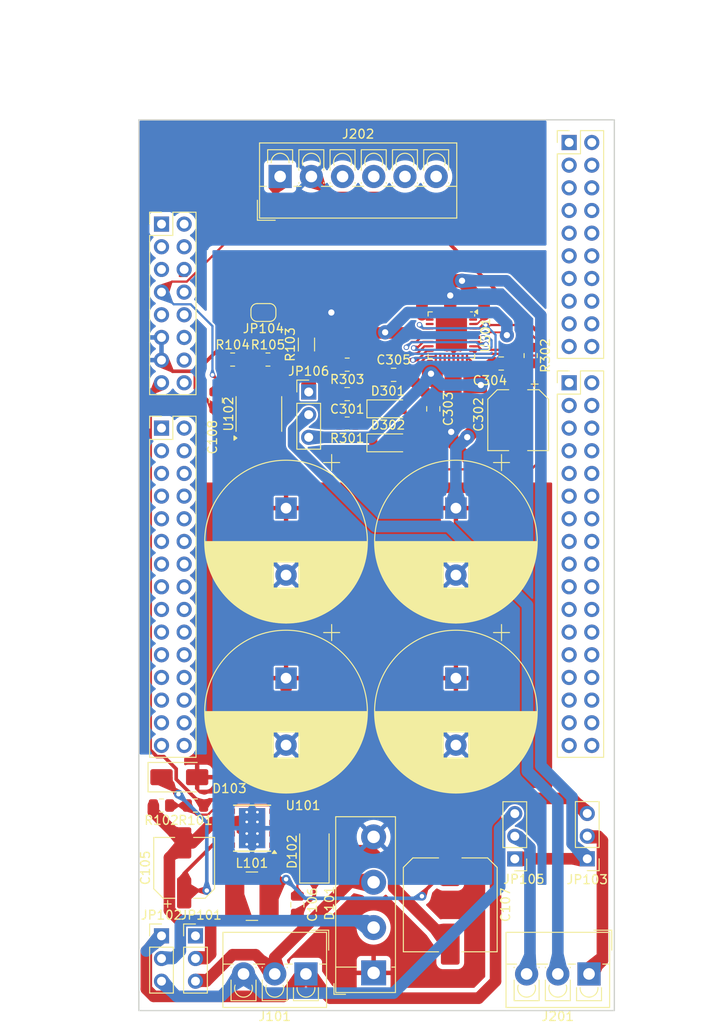
<source format=kicad_pcb>
(kicad_pcb (version 20240108) (generator "pcbnew") (generator_version "8.0")
  (title_block (date "mar. 31 mars 2015"))
  (layers (0 "F.Cu" signal) (1 "In1.Cu" signal) (2 "In2.Cu" signal) (31 "B.Cu" signal) (34 "B.Paste" user) (35 "F.Paste" user) (36 "B.SilkS" user "B.Silkscreen") (37 "F.SilkS" user "F.Silkscreen") (38 "B.Mask" user) (39 "F.Mask" user) (44 "Edge.Cuts" user))
  (net 0 "")
  (net 1 "GND")
  (net 2 "+5V")
  (net 3 "/IOREF")
  (net 4 "+3V3")
  (net 5 "VCC")
  (net 6 "/Connector/V_drive")
  (net 7 "/TRACK_MOSI")
  (net 8 "/TRACK_MISO")
  (net 9 "/TRACK_CS")
  (net 10 "/TRACK_CLK")
  (net 11 "GNDPWR")
  (net 12 "/Connector/GND_PWR")
  (net 13 "Net-(U301-ENB)")
  (net 14 "/Driver/V_in")
  (net 15 "Net-(D301-A)")
  (net 16 "Net-(U301-VCP)")
  (net 17 "Net-(D301-K)")
  (net 18 "/Driver/V_TRACK")
  (net 19 "/Driver/GND_TRACK")
  (net 20 "/Driver/GND_SENSE")
  (net 21 "/Driver/EN")
  (net 22 "Net-(U301-PROGCL_A)")
  (net 23 "Net-(U301-PROGCL_B)")
  (net 24 "/Driver/IN1")
  (net 27 "/Driver/IN2")
  (net 29 "Net-(JP102-C)")
  (net 31 "Net-(D102-K)")
  (net 33 "unconnected-(J102-Pin_6-Pad6)")
  (net 76 "/PA3")
  (net 77 "/PC0")
  (net 78 "/PF3")
  (net 79 "/PC3")
  (net 80 "/RESET")
  (net 81 "Net-(U101-BOOT)")
  (net 127 "Net-(U101-VSENSE)")
  (net 128 "Net-(U102A--)")
  (net 129 "Net-(R104-Pad1)")
  (net 133 "Net-(U102B--)")
  (net 134 "/GND_PWR")
  (net 135 "/V_switch")
  (net 136 "/Connector/V_switch")
  (net 137 "Net-(D103-K)")
  (net 138 "/V_drive")
  (footprint "Capacitor_THT:CP_Radial_D18.0mm_P7.50mm" (layer "F.Cu") (at 56.51 102.56222 -90)
    (property "Reference" "C101" (hide yes))
    (property "Value" "4m7")
  )
  (footprint "Diode_SMD:D_SMA" (layer "F.Cu") (at 59.685 122.01 90)
    (property "Reference" "D102")
    (property "Value" "B340")
  )
  (footprint "Connector_PinHeader_2.54mm:PinHeader_2x17_P2.54mm_Vertical" (layer "F.Cu") (at 88.26 69.464)
    (property "Reference" "J105" (hide yes))
    (property "Value" "CN10")
  )
  (footprint "TerminalBlock_4Ucon:TerminalBlock_4Ucon_1x06_P3.50mm_Vertical" (layer "F.Cu") (at 55.845 46.35)
    (property "Reference" "J202")
    (property "Value" "Conn_01x06")
  )
  (footprint "TerminalBlock_4Ucon:TerminalBlock_4Ucon_1x03_P3.50mm_Vertical" (layer "F.Cu") (at 58.74 135.705 180)
    (property "Reference" "J101")
    (property "Value" "Conn_01x03")
  )
  (footprint "Connector_PinHeader_2.54mm:PinHeader_2x08_P2.54mm_Vertical" (layer "F.Cu") (at 42.54 51.684)
    (property "Reference" "J102" (hide yes))
    (property "Value" "CN8")
  )
  (footprint "Connector_PinHeader_2.54mm:PinHeader_1x03_P2.54mm_Vertical" (layer "F.Cu") (at 90.292 122.804 180)
    (property "Reference" "JP103")
    (property "Value" "Jumper_3_Bridged12")
  )
  (footprint "Resistor_SMD:R_0805_2012Metric" (layer "F.Cu") (at 63.368 74.036 180)
    (property "Reference" "R301")
    (property "Value" "100k")
  )
  (footprint "Connector_PinHeader_2.54mm:PinHeader_1x03_P2.54mm_Vertical" (layer "F.Cu") (at 46.35 131.44)
    (property "Reference" "JP101")
    (property "Value" "Jumper_3_Bridged12")
  )
  (footprint "Capacitor_SMD:C_0805_2012Metric" (layer "F.Cu") (at 63.368 70.734 180)
    (property "Reference" "C301")
    (property "Value" "5n6")
  )
  (footprint "Capacitor_SMD:C_0805_2012Metric" (layer "F.Cu") (at 57.78 127.945 -90)
    (property "Reference" "C106")
    (property "Value" "10n")
  )
  (footprint "Connector_PinHeader_2.54mm:PinHeader_2x15_P2.54mm_Vertical" (layer "F.Cu") (at 42.54 74.544)
    (property "Reference" "J103" (hide yes))
    (property "Value" "CN9")
  )
  (footprint "Diode_SMD:D_SOD-123" (layer "F.Cu") (at 67.94 76.195)
    (property "Reference" "D302")
    (property "Value" "1N4148W")
  )
  (footprint "Resistor_SMD:R_0805_2012Metric" (layer "F.Cu") (at 83.942 66.416 -90)
    (property "Reference" "R302")
    (property "Value" "5k")
  )
  (footprint "Inductor_SMD:L_Ferrocore_DLG-0504" (layer "F.Cu") (at 52.68 126.995)
    (property "Reference" "L101")
    (property "Value" "47u")
  )
  (footprint "Resistor_SMD:R_0805_2012Metric" (layer "F.Cu") (at 42.54 116.835 180)
    (property "Reference" "R102")
    (property "Value" "1k2")
  )
  (footprint "Jumper:SolderJumper-2_P1.3mm_Bridged_RoundedPad1.0x1.5mm" (layer "F.Cu") (at 53.97 61.59 180)
    (property "Reference" "JP104")
    (property "Value" "SolderJumper_2_Bridged")
  )
  (footprint "TerminalBlock_4Ucon:TerminalBlock_4Ucon_1x03_P3.50mm_Vertical" (layer "F.Cu") (at 90.49 135.705 180)
    (property "Reference" "J201")
    (property "Value" "Conn_01x03")
  )
  (footprint "Capacitor_SMD:C_Elec_10x10.2" (layer "F.Cu") (at 74.925 127.966 -90)
    (property "Reference" "C107")
    (property "Value" "220u")
  )
  (footprint "Connector_PinHeader_2.54mm:PinHeader_2x10_P2.54mm_Vertical" (layer "F.Cu") (at 88.26 42.54)
    (property "Reference" "J104" (hide yes))
    (property "Value" "CN7")
  )
  (footprint "Connector_PinHeader_2.54mm:PinHeader_1x03_P2.54mm_Vertical" (layer "F.Cu") (at 59.05 70.495)
    (property "Reference" "JP106")
    (property "Value" "Jumper_3_Bridged12")
  )
  (footprint "Diode_SMD:D_SOD-123" (layer "F.Cu") (at 67.94 72.385)
    (property "Reference" "D301")
    (property "Value" "1N4148W")
  )
  (footprint "Capacitor_SMD:C_0805_2012Metric" (layer "F.Cu") (at 73.02 72.385 -90)
    (property "Reference" "C303")
    (property "Value" "100n")
  )
  (footprint "Resistor_SMD:R_0805_2012Metric" (layer "F.Cu") (at 54.478 66.8625)
    (property "Reference" "R105")
    (property "Value" "10k")
  )
  (footprint "Capacitor_THT:CP_Radial_D18.0mm_P7.50mm" (layer "F.Cu") (at 56.51 83.51222 -90)
    (property "Reference" "C104" (hide yes))
    (property "Value" "4m7")
  )
  (footprint "Capacitor_SMD:CP_Elec_6.3x5.4" (layer "F.Cu") (at 82.545 73.655 -90)
    (property "Reference" "C302")
    (property "Value" "100u")
  )
  (footprint "Capacitor_THT:CP_Radial_D18.0mm_P7.50mm" (layer "F.Cu") (at 75.56 83.51222 -90)
    (property "Reference" "C103" (hide yes))
    (property "Value" "4m7")
  )
  (footprint "Package_DFN_QFN:UFQFPN-32-1EP_5x5mm_P0.5mm_EP3.5x3.5mm" (layer "F.Cu") (at 75.052 64.13 -90)
    (property "Reference" "U301")
    (property "Value" "L6226")
  )
  (footprint "Capacitor_THT:CP_Radial_D18.0mm_P7.50mm" (layer "F.Cu") (at 75.56 102.56222 -90)
    (property "Reference" "C102" (hide yes))
    (property "Value" "4m7")
  )
  (footprint "Resistor_SMD:R_0805_2012Metric" (layer "F.Cu") (at 50.5175 66.8625)
    (property "Reference" "R104")
    (property "Value" "68k")
  )
  (footprint "Resistor_SMD:R_0805_2012Metric" (layer "F.Cu") (at 63.368 67.432 180)
    (property "Reference" "R303")
    (property "Value" "5k")
  )
  (footprint "Capacitor_SMD:C_0805_2012Metric" (layer "F.Cu") (at 68.575 68.575)
    (property "Reference" "C305")
    (property "Value" "220n")
  )
  (footprint "Diode_SMD:D_SMA" (layer "F.Cu") (at 44.54 113.66)
    (property "Reference" "D103")
    (property "Value" "B340")
  )
  (footprint "Capacitor_SMD:C_0805_2012Metric" (layer "F.Cu") (at 80.64 67.305 180)
    (property "Reference" "C304")
    (property "Value" "10n")
  )
  (footprint "Resistor_SMD:R_0805_2012Metric" (layer "F.Cu") (at 46.35 116.835 180)
    (property "Reference" "R101")
    (property "Value" "10k")
  )
  (footprint "Package_SO:SOIC-8_3.9x4.9mm_P1.27mm" (layer "F.Cu") (at 53.462 72.9585 90)
    (property "Reference" "U102")
    (property "Value" "TLV2372")
  )
  (footprint "Package_SO:TI_SO-PowerPAD-8_ThermalVias" (layer "F.Cu") (at 52.7 119.375 180)
    (property "Reference" "U101")
    (property "Value" "TPS5430DDA")
  )
  (footprint "Capacitor_SMD:CP_Elec_6.3x5.4" (layer "F.Cu") (at 45.08 123.82 90)
    (property "Reference" "C105")
    (property "Value" "10u")
  )
  (footprint "Resistor_SMD:R_1206_3216Metric" (layer "F.Cu") (at 58.796 65.17675 90)
    (property "Reference" "R103")
    (property "Value" "0R1")
  )
  (footprint "Connector_PinHeader_2.54mm:PinHeader_1x03_P2.54mm_Vertical" (layer "F.Cu") (at 42.54 131.44)
    (property "Reference" "JP102")
    (property "Value" "Jumper_3_Bridged12")
  )
  (footprint "Diode_THT:Diode_Bridge_Vishay_KBL" (layer "F.Cu") (at 66.329477 135.59 90)
    (property "Reference" "D101")
    (property "Value" "KBL406")
  )
  (footprint "Connector_PinHeader_2.54mm:PinHeader_1x03_P2.54mm_Vertical" (layer "F.Cu") (at 82.164 122.819 180)
    (property "Reference" "JP105")
    (property "Value" "Jumper_3_Bridged12")
  )
  (footprint "Capacitor_SMD:C_0805_2012Metric" (layer "F.Cu") (at 48.636 71.4345 -90)
    (property "Reference" "C108")
    (property "Value" "100n")
  )
  (gr_rect (start 40 40) (end 93.328 139.814) (stroke (width 0.15)) (fill none) (layer "Edge.Cuts"))
  (segment (start 55.367 68.477666) (end 54.478 67.588666) (width 0.4) (layer "F.Cu") (net 1))
  (segment (start 54.966999 76.8085) (end 51.175026 76.8085) (width 0.4) (layer "F.Cu") (net 1))
  (segment (start 62.4555 67.432) (end 62.4555 70.6965) (width 0.4) (layer "F.Cu") (net 1))
  (segment (start 51.175026 76.8085) (end 48.636 74.269474) (width 0.4) (layer "F.Cu") (net 1))
  (segment (start 53.335 65.4) (end 49.241233 65.4) (width 0.4) (layer "F.Cu") (net 1))
  (segment (start 49.241233 65.4) (end 46.33 68.311233) (width 0.4) (layer "F.Cu") (net 1))
  (segment (start 46.192767 68.174) (end 46.33 68.311233) (width 0.4) (layer "F.Cu") (net 1))
  (segment (start 48.636 72.3845) (end 46.33 70.0785) (width 0.4) (layer "F.Cu") (net 1))
  (segment (start 53.32 65.385) (end 53.335 65.4) (width 0.4) (layer "F.Cu") (net 1))
  (segment (start 53.741666 65.4) (end 53.335 65.4) (width 0.4) (layer "F.Cu") (net 1))
  (segment (start 43.79 68.174) (end 46.192767 68.174) (width 0.4) (layer "F.Cu") (net 1))
  (segment (start 53.32 61.59) (end 53.32 65.385) (width 0.4) (layer "F.Cu") (net 1))
  (segment (start 61.25 48.255) (end 59.345 46.35) (width 0.4) (layer "F.Cu") (net 1))
  (segment (start 62.418 70.734) (end 61.367 71.785) (width 0.4) (layer "F.Cu") (net 1))
  (segment (start 55.367 74.163) (end 55.367 75.4335) (width 0.4) (layer "F.Cu") (net 1))
  (segment (start 48.636 74.269474) (end 48.636 72.3845) (width 0.4) (layer "F.Cu") (net 1))
  (segment (start 85.53905 64.58405) (end 69.21 48.255) (width 0.4) (layer "F.Cu") (net 1))
  (segment (start 61.367 71.785) (end 57.745 71.785) (width 0.4) (layer "F.Cu") (net 1))
  (segment (start 54.478 67.588666) (end 54.478 66.136334) (width 0.4) (layer "F.Cu") (net 1))
  (segment (start 54.478 66.136334) (end 53.741666 65.4) (width 0.4) (layer "F.Cu") (net 1))
  (segment (start 55.367 76.408499) (end 54.966999 76.8085) (width 0.4) (layer "F.Cu") (net 1))
  (segment (start 57.745 71.785) (end 55.367 74.163) (width 0.4) (layer "F.Cu") (net 1))
  (segment (start 69.21 48.255) (end 61.25 48.255) (width 0.4) (layer "F.Cu") (net 1))
  (segment (start 46.33 70.0785) (end 46.33 68.311233) (width 0.4) (layer "F.Cu") (net 1))
  (segment (start 83.942 67.3285) (end 84.4265 67.3285) (width 0.4) (layer "F.Cu") (net 1))
  (segment (start 84.4265 67.3285) (end 85.53905 66.21595) (width 0.4) (layer "F.Cu") (net 1))
  (segment (start 55.367 70.4835) (end 55.367 68.477666) (width 0.4) (layer "F.Cu") (net 1))
  (segment (start 62.4555 70.6965) (end 62.418 70.734) (width 0.4) (layer "F.Cu") (net 1))
  (segment (start 55.367 75.4335) (end 55.367 76.408499) (width 0.4) (layer "F.Cu") (net 1))
  (segment (start 42.54 66.924) (end 43.79 68.174) (width 0.4) (layer "F.Cu") (net 1))
  (segment (start 85.53905 66.21595) (end 85.53905 64.58405) (width 0.4) (layer "F.Cu") (net 1))
  (segment (start 48.637 70.4835) (end 48.636 70.4845) (width 0.25) (layer "F.Cu") (net 4))
  (segment (start 48.636 68.956) (end 48.255 68.575) (width 0.25) (layer "F.Cu") (net 4))
  (segment (start 42.54 58.669) (end 43.418299 58.669) (width 0.25) (layer "F.Cu") (net 4))
  (segment (start 45.378097 58.129) (end 55.845 47.662097) (width 0.25) (layer "F.Cu") (net 4))
  (segment (start 51.557 70.4835) (end 48.637 70.4835) (width 0.25) (layer "F.Cu") (net 4))
  (segment (start 55.845 47.662097) (end 55.845 46.35) (width 0.25) (layer "F.Cu") (net 4))
  (segment (start 43.715 58.129) (end 45.378097 58.129) (width 0.25) (layer "F.Cu") (net 4))
  (segment (start 48.636 70.4845) (end 48.636 68.956) (width 0.25) (layer "F.Cu") (net 4))
  (segment (start 42.54 59.304) (end 43.715 58.129) (width 0.25) (layer "F.Cu") (net 4))
  (via (at 48.255 68.575) (size 0.6) (drill 0.4) (layers "F.Cu" "B.Cu") (net 4))
  (segment (start 43.905 60.669) (end 45.81 60.669) (width 0.25) (layer "B.Cu") (net 4))
  (segment (start 48.255 68.575) (end 48.255 63.114) (width 0.25) (layer "B.Cu") (net 4))
  (segment (start 45.81 60.669) (end 48.255 63.114) (width 0.25) (layer "B.Cu") (net 4))
  (segment (start 42.54 59.304) (end 43.905 60.669) (width 0.25) (layer "B.Cu") (net 4))
  (segment (start 41.27 70.734) (end 42.54 69.464) (width 0.4) (layer "F.Cu") (net 5))
  (segment (start 67.559 116.2) (end 74.925 123.566) (width 0.4) (layer "F.Cu") (net 5))
  (segment (start 47.138834 116.835) (end 44.19 113.886166) (width 0.4) (layer "F.Cu") (net 5))
  (segment (start 47.8975 116.2) (end 67.559 116.2) (width 0.4) (layer "F.Cu") (net 5))
  (segment (start 44.19 112.733834) (end 42.810166 111.354) (width 0.4) (layer "F.Cu") (net 5))
  (segment (start 42.810166 111.354) (end 42.022233 111.354) (width 0.4) (layer "F.Cu") (net 5))
  (segment (start 54.605 126.995) (end 56.51 125.09) (width 0.4) (layer "F.Cu") (net 5))
  (segment (start 44.19 113.886166) (end 44.19 112.733834) (width 0.4) (layer "F.Cu") (net 5))
  (segment (start 42.022233 111.354) (end 41.27 110.601767) (width 0.4) (layer "F.Cu") (net 5))
  (segment (start 47.2625 116.835) (end 47.8975 116.2) (width 0.4) (layer "F.Cu") (net 5))
  (segment (start 41.27 110.601767) (end 41.27 70.734) (width 0.4) (layer "F.Cu") (net 5))
  (segment (start 74.925 123.566) (end 71.75 126.741) (width 0.4) (layer "F.Cu") (net 5))
  (segment (start 71.75 126.741) (end 71.75 126.995) (width 0.4) (layer "F.Cu") (net 5))
  (via (at 56.51 125.09) (size 1) (drill 0.5) (layers "F.Cu" "B.Cu") (net 5))
  (via (at 71.75 126.995) (size 1) (drill 0.5) (layers "F.Cu" "B.Cu") (net 5))
  (segment (start 71.515 127.23) (end 71.75 126.995) (width 0.4) (layer "B.Cu") (net 5))
  (segment (start 58.65 127.23) (end 71.515 127.23) (width 0.4) (layer "B.Cu") (net 5))
  (segment (start 56.51 125.09) (end 58.65 127.23) (width 0.4) (layer "B.Cu") (net 5))
  (segment (start 91.992 134.203) (end 90.49 135.705) (width 1.3) (layer "F.Cu") (net 6))
  (segment (start 91.992 120.761919) (end 91.992 134.203) (width 1.3) (layer "F.Cu") (net 6))
  (segment (start 90.292 120.264) (end 91.494081 120.264) (width 1.3) (layer "F.Cu") (net 6))
  (segment (start 91.494081 120.264) (end 91.992 120.761919) (width 1.3) (layer "F.Cu") (net 6))
  (segment (start 56.35225 64.92275) (end 57.526 64.92275) (width 0.2) (layer "F.Cu") (net 11))
  (segment (start 75.030464 76.093917) (end 75.030464 74.965991) (width 1.3) (layer "F.Cu") (net 11))
  (segment (start 74.925 59.685) (end 74.925 64.003) (width 1.3) (layer "F.Cu") (net 11))
  (segment (start 74.925 64.003) (end 75.052 64.13) (width 1.3) (layer "F.Cu") (net 11))
  (segment (start 74.802 61.6925) (end 74.802 63.88) (width 0.2) (layer "F.Cu") (net 11))
  (segment (start 55.3905 66.8625) (end 55.3905 65.8845) (width 0.2) (layer "F.Cu") (net 11))
  (segment (start 73.302 61.6925) (end 75.052 63.4425) (width 0.2) (layer "F.Cu") (net 11))
  (segment (start 82.545 77.09) (end 81.745 77.89) (width 1.3) (layer "F.Cu") (net 11))
  (segment (start 47.552081 133.98) (end 48.05 133.482081) (width 1.3) (layer "F.Cu") (net 11))
  (segment (start 61.59 61.59) (end 54.680091 61.59) (width 1.3) (layer "F.Cu") (net 11))
  (segment (start 75.302 66.5675) (end 75.302 64.38) (width 0.2) (layer "F.Cu") (net 11))
  (segment (start 58.796 62.479) (end 59.05 62.225) (width 1.3) (layer "F.Cu") (net 11))
  (segment (start 45.988958 121.02) (end 48.268958 118.74) (width 1.3) (layer "F.Cu") (net 11))
  (segment (start 76.802 61.6925) (end 73.302 61.6925) (width 0.2) (layer "F.Cu") (net 11))
  (segment (start 65.983958 121.9025) (end 68.579477 124.498019) (width 1.3) (layer "F.Cu") (net 11))
  (segment (start 59.05 62.225) (end 59.685 61.59) (width 1.3) (layer "F.Cu") (net 11))
  (segment (start 75.802 61.6925) (end 75.802 63.38) (width 0.2) (layer "F.Cu") (net 11))
  (segment (start 57.526 64.92275) (end 58.542 64.92275) (width 0.25) (layer "F.Cu") (net 11))
  (segment (start 48.268958 118.74) (end 50 118.74) (width 1.3) (layer "F.Cu") (net 11))
  (segment (start 48.05 129.74) (end 44.587438 129.74) (width 1.3) (layer "F.Cu") (net 11))
  (segment (start 76.302 61.6925) (end 76.302 62.88) (width 0.2) (layer "F.Cu") (net 11))
  (segment (start 76.802 61.6925) (end 75.052 63.4425) (width 0.2) (layer "F.Cu") (net 11))
  (segment (start 74.650991 74.965991) (end 75.030464 74.965991) (width 1.3) (layer "F.Cu") (net 11))
  (segment (start 45.08 121.02) (end 45.988958 121.02) (width 1.3) (layer "F.Cu") (net 11))
  (segment (start 59.685 61.59) (end 61.59 61.59) (width 1.3) (layer "F.Cu") (net 11))
  (segment (start 43.43 122.67) (end 45.08 121.02) (width 1.3) (layer "F.Cu") (net 11))
  (segment (start 73.02 73.335) (end 74.650991 74.965991) (width 1.3) (layer "F.Cu") (net 11))
  (segment (start 55.3905 65.8845) (end 56.35225 64.92275) (width 0.2) (layer "F.Cu") (net 11))
  (segment (start 43.43 128.582562) (end 43.43 122.67) (width 1.3) (layer "F.Cu") (net 11))
  (segment (start 41.6275 117.5675) (end 41.6275 116.835) (width 1.3) (layer "F.Cu") (net 11))
  (segment (start 46.35 133.98) (end 47.552081 133.98) (width 1.3) (layer "F.Cu") (net 11))
  (segment (start 58.796 64.66875) (end 58.796 63.71425) (width 0.25) (layer "F.Cu") (net 11))
  (segment (start 50 118.74) (end 52.035 118.74) (width 1.3) (layer "F.Cu") (net 11))
  (segment (start 68.579477 126.020477) (end 74.925 132.366) (width 1.3) (layer "F.Cu") (net 11))
  (segment (start 44.587438 129.74) (end 43.43 128.582562) (width 1.3) (layer "F.Cu") (net 11))
  (segment (start 68.579477 124.498019) (end 68.579477 126.020477) (width 1.3) (layer "F.Cu") (net 11))
  (segment (start 81.745 77.89) (end 76.826547 77.89) (width 1.3) (layer "F.Cu") (net 11))
  (segment (start 45.08 121.02) (end 41.6275 117.5675) (width 1.3) (layer "F.Cu") (net 11))
  (segment (start 58.796 63.749) (end 58.796 62.479) (width 1.3) (layer "F.Cu") (net 11))
  (segment (start 58.542 64.92275) (end 58.796 64.66875) (width 0.25) (layer "F.Cu") (net 11))
  (segment (start 75.302 61.6925) (end 75.302 63.88) (width 0.2) (layer "F.Cu") (net 11))
  (segment (start 61.5775 121.9025) (end 65.983958 121.9025) (width 1.3) (layer "F.Cu") (net 11))
  (segment (start 58.796 63.71425) (end 58.796 63.749) (width 1.3) (layer "F.Cu") (net 11))
  (segment (start 48.05 133.482081) (end 48.05 129.74) (width 1.3) (layer "F.Cu") (net 11))
  (segment (start 73.802 61.6925) (end 73.802 62.88) (width 0.2) (layer "F.Cu") (net 11))
  (segment (start 76.826547 77.89) (end 75.030464 76.093917) (width 1.3) (layer "F.Cu") (net 11))
  (segment (start 74.302 61.6925) (end 74.302 63.38) (width 0.2) (layer "F.Cu") (net 11))
  (segment (start 59.685 120.01) (end 61.5775 121.9025) (width 1.3) (layer "F.Cu") (net 11))
  (via (at 75.030464 74.965991) (size 1.6) (drill 0.7) (layers "F.Cu" "B.Cu") (net 11))
  (via (at 61.59 61.59) (size 1.6) (drill 0.7) (layers "F.Cu" "B.Cu") (net 11))
  (via (at 74.925 59.685) (size 1.6) (drill 0.7) (layers "F.Cu" "B.Cu") (net 11))
  (segment (start 74.925 59.685) (end 80.22132 59.685) (width 1.3) (layer "B.Cu") (net 11))
  (segment (start 83.18 67.511546) (end 77.416546 73.275) (width 1.3) (layer "B.Cu") (net 11))
  (segment (start 80.22132 59.685) (end 83.18 62.64368) (width 1.3) (layer "B.Cu") (net 11))
  (segment (start 77.416546 73.275) (end 76.721455 73.275) (width 1.3) (layer "B.Cu") (net 11))
  (segment (start 83.18 62.64368) (end 83.18 67.511546) (width 1.3) (layer "B.Cu") (net 11))
  (segment (start 76.721455 73.275) (end 75.030464 74.965991) (width 1.3) (layer "B.Cu") (net 11))
  (segment (start 86.99 116.41632) (end 86.99 135.705) (width 1.3) (layer "B.Cu") (net 12))
  (segment (start 57.35 74.735) (end 57.35 76.4) (width 1.3) (layer "B.Cu") (net 12))
  (segment (start 57.35 76.4) (end 66.51222 85.56222) (width 1.3) (layer "B.Cu") (net 12))
  (segment (start 83.585 94.38) (end 83.585 113.01132) (width 1.3) (layer "B.Cu") (net 12))
  (segment (start 83.585 113.01132) (end 86.99 116.41632) (width 1.3) (layer "B.Cu") (net 12))
  (segment (start 59.05 73.035) (end 57.35 74.735) (width 1.3) (layer "B.Cu") (net 12))
  (segment (start 74.76722 85.56222) (end 83.585 94.38) (width 1.3) (layer "B.Cu") (net 12))
  (segment (start 66.51222 85.56222) (end 74.76722 85.56222) (width 1.3) (layer "B.Cu") (net 12))
  (segment (start 82.9651 62.994) (end 78.905639 62.994) (width 0.25) (layer "F.Cu") (net 13))
  (segment (start 64.318 70.8) (end 62.4555 72.6625) (width 0.25) (layer "F.Cu") (net 13))
  (segment (start 85.01405 65.96405) (end 84.5621 66.416) (width 0.25) (layer "F.Cu") (net 13))
  (segment (start 77.4895 63.38) (end 78.16243 63.38) (width 0.25) (layer "F.Cu") (net 13))
  (segment (start 71.242 66.924) (end 70.734 66.924) (width 0.25) (layer "F.Cu") (net 13))
  (segment (start 82.9769 66.221) (end 77.8305 66.221) (width 0.25) (layer "F.Cu") (net 13))
  (segment (start 64.318 70.009) (end 67.403 66.924) (width 0.25) (layer "F.Cu") (net 13))
  (segment (start 78.54843 62.994) (end 78.905639 62.994) (width 0.25) (layer "F.Cu") (net 13))
  (segment (start 62.4555 72.6625) (end 62.4555 74.036) (width 0.25) (layer "F.Cu") (net 13))
  (segment (start 85.01405 65.96405) (end 85.01405 65.04295) (width 0.25) (layer "F.Cu") (net 13))
  (segment (start 77.8305 66.221) (end 77.4895 65.88) (width 0.25) (layer "F.Cu") (net 13))
  (segment (start 64.318 70.734) (end 64.318 70.009) (width 0.25) (layer "F.Cu") (net 13))
  (segment (start 71.891419 63.38) (end 71.471084 62.959665) (width 0.25) (layer "F.Cu") (net 13))
  (segment (start 72.286 65.88) (end 71.242 66.924) (width 0.25) (layer "F.Cu") (net 13))
  (segment (start 72.6145 65.88) (end 72.286 65.88) (width 0.25) (layer "F.Cu") (net 13))
  (segment (start 67.403 66.924) (end 70.734 66.924) (width 0.25) (layer "F.Cu") (net 13))
  (segment (start 78.16243 63.38) (end 78.54843 62.994) (width 0.25) (layer "F.Cu") (net 13))
  (segment (start 72.6145 63.38) (end 71.891419 63.38) (width 0.25) (layer "F.Cu") (net 13))
  (segment (start 85.01405 65.04295) (end 82.9651 62.994) (width 0.25) (layer "F.Cu") (net 13))
  (segment (start 84.5621 66.416) (end 83.1719 66.416) (width 0.25) (layer "F.Cu") (net 13))
  (segment (start 83.1719 66.416) (end 82.9769 66.221) (width 0.25) (layer "F.Cu") (net 13))
  (via (at 70.734 66.924) (size 0.6) (drill 0.4) (layers "F.Cu" "B.Cu") (net 13))
  (via (at 71.471084 62.959665) (size 0.6) (drill 0.4) (layers "F.Cu" "B.Cu") (net 13))
  (via (at 78.905639 62.994) (size 0.6) (drill 0.4) (layers "F.Cu" "B.Cu") (net 13))
  (segment (start 71.861419 63.35) (end 78.549639 63.35) (width 0.25) (layer "B.Cu") (net 13))
  (segment (start 79.624 66.67) (end 80.005 66.289) (width 0.25) (layer "B.Cu") (net 13))
  (segment (start 80.005 66.289) (end 80.005 64.093361) (width 0.25) (layer "B.Cu") (net 13))
  (segment (start 71.471084 62.959665) (end 71.861419 63.35) (width 0.25) (layer "B.Cu") (net 13))
  (segment (start 80.005 64.093361) (end 78.905639 62.994) (width 0.25) (layer "B.Cu") (net 13))
  (segment (start 78.549639 63.35) (end 78.905639 62.994) (width 0.25) (layer "B.Cu") (net 13))
  (segment (start 70.734 66.924) (end 70.988 66.67) (width 0.25) (layer "B.Cu") (net 13))
  (segment (start 70.988 66.67) (end 79.624 66.67) (width 0.25) (layer "B.Cu") (net 13))
  (segment (start 75.802 66.5675) (end 75.802 67.6225) (width 0.2) (layer "F.Cu") (net 14))
  (segment (start 70.16 68.575) (end 73.02 71.435) (width 1.3) (layer "F.Cu") (net 14))
  (segment (start 73.075 71.49) (end 82.545 71.49) (width 1.3) (layer "F.Cu") (net 14))
  (segment (start 74.802 66.5675) (end 74.802 67.6225) (width 0.2) (layer "F.Cu") (net 14))
  (segment (start 82.545 71.49) (end 82.545 72.385) (width 1.3) (layer "F.Cu") (net 14))
  (segment (start 73.02 71.435) (end 73.075 71.49) (width 1.3) (layer "F.Cu") (net 14))
  (segment (start 78.1 74.29) (end 76.83 75.56) (width 1.3) (layer "F.Cu") (net 14))
  (segment (start 72.295 71.435) (end 71.115 72.615) (width 1.3) (layer "F.Cu") (net 14))
  (segment (start 73.02 71.435) (end 72.295 71.435) (width 1.3) (layer "F.Cu") (net 14))
  (segment (start 71.115 74.67) (end 69.59 76.195) (width 1.3) (layer "F.Cu") (net 14))
  (segment (start 69.525 68.575) (end 70.16 68.575) (width 1.3) (layer "F.Cu") (net 14))
  (segment (start 74.802 66.5675) (end 74.802 67.182) (width 0.2) (layer "F.Cu") (net 14))
  (segment (start 56.51 103.69) (end 56.51 102.56222) (width 1.3) (layer "F.Cu") (net 14))
  (segment (start 82.545 72.385) (end 80.64 74.29) (width 1.3) (layer "F.Cu") (net 14))
  (segment (start 71.115 72.615) (end 71.115 74.67) (width 1.3) (layer "F.Cu") (net 14))
  (segment (start 80.64 74.29) (end 78.1 74.29) (width 1.3) (layer "F.Cu") (net 14))
  (via (at 76.83 75.56) (size 1.6) (drill 0.7) (layers "F.Cu" "B.Cu") (net 14))
  (segment (start 75.56 76.83) (end 76.83 75.56) (width 1.3) (layer "B.Cu") (net 14))
  (segment (start 75.56 83.51222) (end 75.56 76.83) (width 1.3) (layer "B.Cu") (net 14))
  (segment (start 84.02 79.165) (end 85.085 78.1) (width 0.25) (layer "F.Cu") (net 15))
  (segment (start 85.085 78.1) (end 85.085 70.48) (width 0.25) (layer "F.Cu") (net 15))
  (segment (start 81.91 67.305) (end 81.59 67.305) (width 0.25) (layer "F.Cu") (net 15))
  (segment (start 66.29 75.685) (end 69.59 72.385) (width 0.25) (layer "F.Cu") (net 15))
  (segment (start 66.29 76.195) (end 69.26 79.165) (width 0.25) (layer "F.Cu") (net 15))
  (segment (start 69.26 79.165) (end 84.02 79.165) (width 0.25) (layer "F.Cu") (net 15))
  (segment (start 85.085 70.48) (end 81.91 67.305) (width 0.25) (layer "F.Cu") (net 15))
  (segment (start 66.29 76.195) (end 66.29 75.685) (width 0.25) (layer "F.Cu") (net 15))
  (segment (start 79.69 67.305) (end 77.5395 67.305) (width 0.25) (layer "F.Cu") (net 16))
  (segment (start 77.5395 67.305) (end 76.802 66.5675) (width 0.25) (layer "F.Cu") (net 16))
  (segment (start 66.29 69.91) (end 67.625 68.575) (width 0.25) (layer "F.Cu") (net 17))
  (segment (start 71.253396 67.549) (end 70.475116 67.549) (width 0.25) (layer "F.Cu") (net 17))
  (segment (start 72.234896 66.5675) (end 71.253396 67.549) (width 0.25) (layer "F.Cu") (net 17))
  (segment (start 70.300116 67.374) (end 68.826 67.374) (width 0.25) (layer "F.Cu") (net 17))
  (segment (start 70.475116 67.549) (end 70.300116 67.374) (width 0.25) (layer "F.Cu") (net 17))
  (segment (start 73.302 66.5675) (end 72.234896 66.5675) (width 0.25) (layer "F.Cu") (net 17))
  (segment (start 66.29 72.385) (end 66.29 69.91) (width 0.25) (layer "F.Cu") (net 17))
  (segment (start 68.826 67.374) (end 67.625 68.575) (width 0.25) (layer "F.Cu") (net 17))
  (segment (start 74.241547 58.035) (end 76.243453 58.035) (width 1.3) (layer "F.Cu") (net 18))
  (segment (start 72.0785 61.844) (end 71.75 61.844) (width 0.2) (layer "F.Cu") (net 18))
  (segment (start 77.4895 62.88) (end 77.941386 62.88) (width 0.2) (layer "F.Cu") (net 18))
  (segment (start 71.75 60.526547) (end 74.241547 58.035) (width 1.3) (layer "F.Cu") (net 18))
  (segment (start 76.243453 58.035) (end 78.723386 60.514933) (width 1.3) (layer "F.Cu") (net 18))
  (segment (start 71.75 61.844) (end 71.75 60.526547) (width 1.3) (layer "F.Cu") (net 18))
  (segment (start 78.723386 60.514933) (end 78.723386 61.844) (width 1.3) (layer "F.Cu") (net 18))
  (segment (start 77.941386 62.88) (end 78.723386 62.098) (width 0.2) (layer "F.Cu") (net 18))
  (segment (start 72.6145 62.38) (end 72.0785 61.844) (width 0.2) (layer "F.Cu") (net 18))
  (segment (start 90.292 122.804) (end 82.179 122.804) (width 1.3) (layer "F.Cu") (net 18))
  (segment (start 82.179 122.804) (end 82.164 122.819) (width 1.3) (layer "F.Cu") (net 18))
  (via (at 76.243453 58.035) (size 1.6) (drill 0.7) (layers "F.Cu" "B.Cu") (net 18))
  (segment (start 81.2125 58.035) (end 76.243453 58.035) (width 1.3) (layer "B.Cu") (net 18))
  (segment (start 88.592 121.104) (end 88.592 115.897) (width 1.3) (layer "B.Cu") (net 18))
  (segment (start 88.592 115.897) (end 85.085 112.39) (width 1.3) (layer "B.Cu") (net 18))
  (segment (start 90.292 122.804) (end 88.592 121.104) (width 1.3) (layer "B.Cu") (net 18))
  (segment (start 85.085 61.9075) (end 81.2125 58.035) (width 1.3) (layer "B.Cu") (net 18))
  (segment (start 85.085 112.39) (end 85.085 61.9075) (width 1.3) (layer "B.Cu") (net 18))
  (segment (start 74.302 67.092498) (end 72.946498 68.448) (width 0.2) (layer "F.Cu") (net 19))
  (segment (start 72.946498 68.448) (end 72.766 68.448) (width 0.2) (layer "F.Cu") (net 19))
  (segment (start 74.302 66.5675) (end 74.302 67.092498) (width 0.2) (layer "F.Cu") (net 19))
  (segment (start 77.084 67.94) (end 77.338 68.194) (width 0.4) (layer "F.Cu") (net 19))
  (segment (start 73.528 67.866498) (end 73.347502 67.866498) (width 0.4) (layer "F.Cu") (net 19))
  (segment (start 77.338 68.702) (end 77.338 68.448) (width 1.3) (layer "F.Cu") (net 19))
  (segment (start 76.302 66.5675) (end 76.302 67.158) (width 0.2) (layer "F.Cu") (net 19))
  (segment (start 73.347502 67.866498) (end 72.766 68.448) (width 0.4) (layer "F.Cu") (net 19))
  (segment (start 76.302 67.158) (end 77.084 67.94) (width 0.2) (layer "F.Cu") (net 19))
  (segment (start 78.354 69.718) (end 77.338 68.702) (width 1.3) (layer "F.Cu") (net 19))
  (segment (start 77.338 68.194) (end 77.338 68.448) (width 0.4) (layer "F.Cu") (net 19))
  (via (at 78.354 69.718) (size 1.6) (drill 0.7) (layers "F.Cu" "B.Cu") (net 19))
  (via (at 72.766 68.448) (size 1.6) (drill 0.7) (layers "F.Cu" "B.Cu") (net 19))
  (segment (start 78.354 69.718) (end 74.036 69.718) (width 1.3) (layer "B.Cu") (net 19))
  (segment (start 74.036 69.718) (end 72.766 68.448) (width 1.3) (layer "B.Cu") (net 19))
  (segment (start 72.766 68.829) (end 72.766 68.448) (width 1.3) (layer "B.Cu") (net 19))
  (segment (start 59.05 75.575) (end 66.02 75.575) (width 1.3) (layer "B.Cu") (net 19))
  (segment (start 66.02 75.575) (end 72.766 68.829) (width 1.3) (layer "B.Cu") (net 19))
  (segment (start 56.51 71.75) (end 56.51 66.44675) (width 0.25) (layer "F.Cu") (net 20))
  (segment (start 54.097 75.4335) (end 54.097 74.163) (width 0.25) (layer "F.Cu") (net 20))
  (segment (start 63.114 64.090062) (end 60.564812 66.63925) (width 1.3) (layer "F.Cu") (net 20))
  (segment (start 59.05 66.89325) (end 58.796 66.63925) (width 1.3) (layer "F.Cu") (net 20))
  (segment (start 72.6145 63.88) (end 70.738 63.88) (width 0.2) (layer "F.Cu") (net 20))
  (segment (start 60.564812 66.63925) (end 58.796 66.63925) (width 1.3) (layer "F.Cu") (net 20))
  (segment (start 80.9575 63.8125) (end 81.275 64.13) (width 0.2) (layer "F.Cu") (net 20))
  (segment (start 57.272 65.68475) (end 57.8415 65.68475) (width 0.25) (layer "F.Cu") (net 20))
  (segment (start 59.05 70.495) (end 59.05 66.89325) (width 1.3) (layer "F.Cu") (net 20))
  (segment (start 70.738 63.88) (end 70.23 63.88) (width 1.3) (layer "F.Cu") (net 20))
  (segment (start 70.738 63.88) (end 70.734 63.876) (width 0.2) (layer "F.Cu") (net 20))
  (segment (start 54.097 74.163) (end 56.51 71.75) (width 0.25) (layer "F.Cu") (net 20))
  (segment (start 56.51 66.44675) (end 57.272 65.68475) (width 0.25) (layer "F.Cu") (net 20))
  (segment (start 57.8415 65.68475) (end 58.796 66.63925) (width 0.25) (layer "F.Cu") (net 20))
  (segment (start 63.114 63.876) (end 63.114 64.090062) (width 1.3) (layer "F.Cu") (net 20))
  (segment (start 70.226 63.876) (end 63.114 63.876) (width 1.3) (layer "F.Cu") (net 20))
  (segment (start 77.557 63.8125) (end 80.9575 63.8125) (width 0.2) (layer "F.Cu") (net 20))
  (segment (start 70.23 63.88) (end 70.226 63.876) (width 1.3) (layer "F.Cu") (net 20))
  (segment (start 77.4895 63.88) (end 77.557 63.8125) (width 0.2) (layer "F.Cu") (net 20))
  (via (at 67.6225 63.8125) (size 1.6) (drill 0.7) (layers "F.Cu" "B.Cu") (net 20))
  (via (at 81.275 64.13) (size 1.6) (drill 0.7) (layers "F.Cu" "B.Cu") (net 20))
  (segment (start 81.275 62.86) (end 80.005 61.59) (width 1.3) (layer "B.Cu") (net 20))
  (segment (start 67.94 63.8125) (end 67.6225 63.8125) (width 1.3) (layer "B.Cu") (net 20))
  (segment (start 70.1625 61.59) (end 67.94 63.8125) (width 1.3) (layer "B.Cu") (net 20))
  (segment (start 80.005 61.59) (end 70.1625 61.59) (width 1.3) (layer "B.Cu") (net 20))
  (segment (start 81.275 64.13) (end 81.275 62.86) (width 1.3) (layer "B.Cu") (net 20))
  (segment (start 77.4895 65.38) (end 78.05522 65.38) (width 0.25) (layer "F.Cu") (net 22))
  (segment (start 78.05522 65.38) (end 78.44622 65.771) (width 0.25) (layer "F.Cu") (net 22))
  (segment (start 78.44622 65.771) (end 83.6745 65.771) (width 0.25) (layer "F.Cu") (net 22))
  (segment (start 65.524019 66.188481) (end 64.2805 67.432) (width 0.25) (layer "F.Cu") (net 23))
  (segment (start 72.6145 65.38) (end 72.026792 65.38) (width 0.25) (layer "F.Cu") (net 23))
  (segment (start 72.026792 65.38) (end 71.241441 66.165351) (width 0.25) (layer "F.Cu") (net 23))
  (segment (start 71.241441 66.165351) (end 71.098998 66.165351) (width 0.25) (layer "F.Cu") (net 23))
  (segment (start 71.075868 66.188481) (end 65.524019 66.188481) (width 0.25) (layer "F.Cu") (net 23))
  (segment (start 71.098998 66.165351) (end 71.075868 66.188481) (width 0.25) (layer "F.Cu") (net 23))
  (segment (start 72.6145 64.38) (end 71.616858 64.38) (width 0.25) (layer "F.Cu") (net 24))
  (segment (start 70.604581 64.892) (end 69.996916 65.499665) (width 0.25) (layer "F.Cu") (net 24))
  (segment (start 78.8215 65.0375) (end 78.93 65.146) (width 0.25) (layer "F.Cu") (net 24))
  (segment (start 78.349116 65.0375) (end 78.8215 65.0375) (width 0.25) (layer "F.Cu") (net 24))
  (segment (start 71.616858 64.38) (end 71.104858 64.892) (width 0.25) (layer "F.Cu") (net 24))
  (segment (start 71.104858 64.892) (end 70.604581 64.892) (width 0.25) (layer "F.Cu") (net 24))
  (segment (start 78.191616 64.88) (end 78.349116 65.0375) (width 0.25) (layer "F.Cu") (net 24))
  (segment (start 77.4895 64.88) (end 78.191616 64.88) (width 0.25) (layer "F.Cu") (net 24))
  (via (at 78.93 65.146) (size 0.6) (drill 0.4) (layers "F.Cu" "B.Cu") (net 24))
  (via (at 69.996916 65.499665) (size 0.6) (drill 0.4) (layers "F.Cu" "B.Cu") (net 24))
  (segment (start 78.1 65.146) (end 78.93 65.146) (width 0.25) (layer "B.Cu") (net 24))
  (segment (start 77.869351 64.915351) (end 78.1 65.146) (width 0.25) (layer "B.Cu") (net 24))
  (segment (start 70.58123 64.915351) (end 77.869351 64.915351) (width 0.25) (layer "B.Cu") (net 24))
  (segment (start 69.996916 65.499665) (end 70.58123 64.915351) (width 0.25) (layer "B.Cu") (net 24))
  (segment (start 71.206915 65.563481) (end 70.816984 65.563481) (width 0.25) (layer "F.Cu") (net 27))
  (segment (start 78.5755 64.38) (end 78.608 64.4125) (width 0.25) (layer "F.Cu") (net 27))
  (segment (start 72.6145 64.88) (end 71.890396 64.88) (width 0.25) (layer "F.Cu") (net 27))
  (segment (start 77.4895 64.38) (end 78.5755 64.38) (width 0.25) (layer "F.Cu") (net 27))
  (segment (start 71.890396 64.88) (end 71.206915 65.563481) (width 0.25) (layer "F.Cu") (net 27))
  (via (at 78.608 64.4125) (size 0.6) (drill 0.4) (layers "F.Cu" "B.Cu") (net 27))
  (via (at 70.816984 65.563481) (size 0.6) (drill 0.4) (layers "F.Cu" "B.Cu") (net 27))
  (segment (start 70.816984 65.563481) (end 71.024503 65.771) (width 0.25) (layer "B.Cu") (net 27))
  (segment (start 79.555 65.473884) (end 79.555 64.701116) (width 0.25) (layer "B.Cu") (net 27))
  (segment (start 71.024503 65.771) (end 79.257884 65.771) (width 0.25) (layer "B.Cu") (net 27))
  (segment (start 79.257884 65.771) (end 79.555 65.473884) (width 0.25) (layer "B.Cu") (net 27))
  (segment (start 79.266384 64.4125) (end 78.608 64.4125) (width 0.25) (layer "B.Cu") (net 27))
  (segment (start 79.555 64.701116) (end 79.266384 64.4125) (width 0.25) (layer "B.Cu") (net 27))
  (segment (start 44.65 130.17) (end 45.08 129.74) (width 1.3) (layer "B.Cu") (net 29))
  (segment (start 65.559477 129.74) (end 66.329477 130.51) (width 1.3) (layer "B.Cu") (net 29))
  (segment (start 44.65 133.14) (end 44.65 130.17) (width 1.3) (layer "B.Cu") (net 29))
  (segment (start 42.54 133.98) (end 43.81 133.98) (width 1.3) (layer "B.Cu") (net 29))
  (segment (start 45.08 129.74) (end 65.559477 129.74) (width 1.3) (layer "B.Cu") (net 29))
  (segment (start 43.81 133.98) (end 44.65 133.14) (width 1.3) (layer "B.Cu") (net 29))
  (segment (start 50.755 126.995) (end 50.755 123.78) (width 0.4) (layer "F.Cu") (net 31))
  (segment (start 50 123.025) (end 50 121.28) (width 0.4) (layer "F.Cu") (net 31))
  (segment (start 50.755 123.78) (end 50 123.025) (width 0.4) (layer "F.Cu") (net 31))
  (segment (start 53.31 130.145) (end 50.755 127.59) (width 0.4) (layer "F.Cu") (net 31))
  (segment (start 57.78 128.895) (end 56.53 130.145) (width 0.4) (layer "F.Cu") (net 31))
  (segment (start 57.78 128.895) (end 59.685 126.99) (width 0.4) (layer "F.Cu") (net 31))
  (segment (start 56.53 130.145) (end 53.31 130.145) (width 0.4) (layer "F.Cu") (net 31))
  (segment (start 59.685 126.99) (end 59.685 124.01) (width 0.4) (layer "F.Cu") (net 31))
  (segment (start 44.593299 57.494) (end 45.376701 57.494) (width 0.25) (layer "F.Cu") (net 33))
  (segment (start 55.4 121.28) (end 57.78 123.66) (width 0.25) (layer "F.Cu") (net 81))
  (segment (start 57.78 123.66) (end 57.78 126.995) (width 0.25) (layer "F.Cu") (net 81))
  (segment (start 46.4625 117.86) (end 45.4375 116.835) (width 0.25) (layer "F.Cu") (net 127))
  (segment (start 48.8301 116.8) (end 47.7701 117.86) (width 0.25) (layer "F.Cu") (net 127))
  (segment (start 55.4 117.47) (end 54.73 116.8) (width 0.25) (layer "F.Cu") (net 127))
  (segment (start 43.4525 116.835) (end 45.4375 116.835) (width 0.25) (layer "F.Cu") (net 127))
  (segment (start 47.7701 117.86) (end 46.4625 117.86) (width 0.25) (layer "F.Cu") (net 127))
  (segment (start 54.73 116.8) (end 48.8301 116.8) (width 0.25) (layer "F.Cu") (net 127))
  (segment (start 53.5655 66.8625) (end 53.5655 68.1705) (width 0.25) (layer "F.Cu") (net 128))
  (segment (start 54.722 69.327) (end 54.722 72.563501) (width 0.25) (layer "F.Cu") (net 128))
  (segment (start 52.827 74.458501) (end 52.827 75.4335) (width 0.25) (layer "F.Cu") (net 128))
  (segment (start 53.5655 68.1705) (end 54.722 69.327) (width 0.25) (layer "F.Cu") (net 128))
  (segment (start 51.43 66.8625) (end 53.5655 66.8625) (width 0.25) (layer "F.Cu") (net 128))
  (segment (start 54.722 72.563501) (end 52.827 74.458501) (width 0.25) (layer "F.Cu") (net 128))
  (segment (start 52.192 69.4025) (end 52.192 74.7985) (width 0.25) (layer "F.Cu") (net 129))
  (segment (start 49.652 66.8625) (end 52.192 69.4025) (width 0.25) (layer "F.Cu") (net 129))
  (segment (start 52.192 74.7985) (end 51.557 75.4335) (width 0.25) (layer "F.Cu") (net 129))
  (segment (start 54.097 70.4835) (end 52.827 70.4835) (width 0.25) (layer "F.Cu") (net 133))
  (segment (start 55.24 135.705) (end 55.24 133.866523) (width 1.3) (layer "F.Cu") (net 134))
  (segment (start 50.517081 133.555) (end 47.552081 136.52) (width 1.3) (layer "F.Cu") (net 134))
  (segment (start 55.24 133.866523) (end 63.676523 125.43) (width 1.3) (layer "F.Cu") (net 134))
  (segment (start 55.24 135.705) (end 53.09 133.555) (width 1.3) (layer "F.Cu") (net 134))
  (segment (start 53.09 133.555) (end 50.517081 133.555) (width 1.3) (layer "F.Cu") (net 134))
  (segment (start 47.552081 136.52) (end 46.35 136.52) (width 1.3) (layer "F.Cu") (net 134))
  (segment (start 63.676523 125.43) (end 66.329477 125.43) (width 1.3) (layer "F.Cu") (net 134))
  (segment (start 42.54 136.52) (end 44.24 138.22) (width 1.3) (layer "B.Cu") (net 135))
  (segment (start 51.74 135.705) (end 53.89 137.855) (width 1.3) (layer "B.Cu") (net 135))
  (segment (start 53.89 137.855) (end 68.564477 137.855) (width 1.3) (layer "B.Cu") (net 135))
  (segment (start 80.464 125.955477) (end 80.464 119.439) (width 1.3) (layer "B.Cu") (net 135))
  (segment (start 49.225 138.22) (end 51.74 135.705) (width 1.3) (layer "B.Cu") (net 135))
  (segment (start 68.564477 137.855) (end 80.464 125.955477) (width 1.3) (layer "B.Cu") (net 135))
  (segment (start 80.464 119.439) (end 82.164 117.739) (width 1.3) (layer "B.Cu") (net 135))
  (segment (start 44.24 138.22) (end 49.225 138.22) (width 1.3) (layer "B.Cu") (net 135))
  (segment (start 83.864 121.54532) (end 82.59768 120.279) (width 1.3) (layer "B.Cu") (net 136))
  (segment (start 83.864 135.331) (end 83.864 121.54532) (width 1.3) (layer "B.Cu") (net 136))
  (segment (start 82.59768 120.279) (end 82.164 120.279) (width 1.3) (layer "B.Cu") (net 136))
  (segment (start 47.62 126.36) (end 45.34 126.36) (width 0.4) (layer "F.Cu") (net 137))
  (segment (start 45.08 124.455) (end 45.08 126.62) (width 0.4) (layer "F.Cu") (net 137))
  (segment (start 42.54 113.66) (end 44.445 115.565) (width 0.4) (layer "F.Cu") (net 137))
  (segment (start 49.525 120.01) (end 45.08 124.455) (width 0.4) (layer "F.Cu") (net 137))
  (via (at 47.62 126.36) (size 1) (drill 0.5) (layers "F.Cu" "B.Cu") (net 137))
  (via (at 44.445 115.565) (size 1) (drill 0.5) (layers "F.Cu" "B.Cu") (net 137))
  (segment (start 44.445 115.565) (end 47.62 118.74) (width 0.4) (layer "B.Cu") (net 137))
  (segment (start 47.62 118.74) (end 47.62 126.36) (width 0.4) (layer "B.Cu") (net 137))
  (segment (start 58.74 135.705) (end 56.225 138.22) (width 1.3) (layer "F.Cu") (net 138))
  (segment (start 40.84 137.397) (end 40.84 133.14) (width 1.3) (layer "F.Cu") (net 138))
  (segment (start 58.74 135.705) (end 61.46 138.425) (width 1.3) (layer "F.Cu") (net 138))
  (segment (start 41.663 138.22) (end 40.84 137.397) (width 1.3) (layer "F.Cu") (net 138))
  (segment (start 78.1 138.425) (end 80.005 136.52) (width 1.3) (layer "F.Cu") (net 138))
  (segment (start 81.459836 116.039) (end 88.607 116.039) (width 1.3) (layer "F.Cu") (net 138))
  (segment (start 88.607 116.039) (end 90.292 117.724) (width 1.3) (layer "F.Cu") (net 138))
  (segment (start 80.005 117.493836) (end 81.459836 116.039) (width 1.3) (layer "F.Cu") (net 138))
  (segment (start 40.84 133.14) (end 42.54 131.44) (width 1.3) (layer "F.Cu") (net 138))
  (segment (start 61.46 138.425) (end 78.1 138.425) (width 1.3) (layer "F.Cu") (net 138))
  (segment (start 56.225 138.22) (end 41.663 138.22) (width 1.3) (layer "F.Cu") (net 138))
  (segment (start 80.005 136.52) (end 80.005 117.493836) (width 1.3) (layer "F.Cu") (net 138))
  (segment (start 42.54 131.44) (end 40.84 133.14) (width 1.3) (layer "B.Cu") (net 138))
  (zone (net 19) (net_name "/Driver/GND_TRACK") (layer "F.Cu") (priority 2) (connect_pads (clearance 0.2)) (min_thickness 0.2) (fill yes (thermal_gap 0.5) (thermal_bridge_width 0.5))
    (polygon (pts (xy 76.195 66.67) (xy 79.0525 66.67) (xy 79.0525 71.115) (xy 76.195 71.115)))
  )
  (zone (net 14) (net_name "/Driver/V_in") (layer "F.Cu") (priority 1) (connect_pads (clearance 0.508)) (min_thickness 0.25) (fill yes (thermal_gap 0.5) (thermal_bridge_width 0.5))
    (polygon (pts (xy 45.08 80.64) (xy 86.355 80.64) (xy 86.355 139.695) (xy 45.08 139.695)))
  )
  (zone (net 19) (net_name "/Driver/GND_TRACK") (layer "F.Cu") (priority 2) (connect_pads (clearance 0.2)) (min_thickness 0.2) (fill yes (thermal_gap 0.5) (thermal_bridge_width 0.5))
    (polygon (pts (xy 71.75 66.67) (xy 74.29 66.67) (xy 74.29 71.115) (xy 71.75 71.115)))
  )
  (zone (net 14) (net_name "/Driver/V_in") (layer "F.Cu") (priority 2) (connect_pads (clearance 0.2)) (min_thickness 0.2) (fill yes (thermal_gap 0.5) (thermal_bridge_width 0.5))
    (polygon (pts (xy 74.29 66.67) (xy 76.195 66.67) (xy 76.195 71.115) (xy 74.29 71.115)))
  )
  (zone (net 1) (net_name "GND") (layer "B.Cu") (connect_pads (clearance 0.508)) (min_thickness 0.25) (fill yes (thermal_gap 0.5) (thermal_bridge_width 0.5))
    (polygon (pts (xy 47.62 40) (xy 85.72 40) (xy 85.72 54.605) (xy 47.62 54.605) (xy 47.62 111.12) (xy 40 111.12) (xy 40 40)))
  )
  (zone (net 11) (net_name "GNDPWR") (layer "B.Cu") (priority 3) (connect_pads (clearance 0.2)) (min_thickness 0.2) (fill yes (thermal_gap 0.5) (thermal_bridge_width 0.5))
    (polygon (pts (xy 48.255 54.605) (xy 85.72 54.605) (xy 85.72 125.725) (xy 48.255 125.725)))
  )
)
</source>
